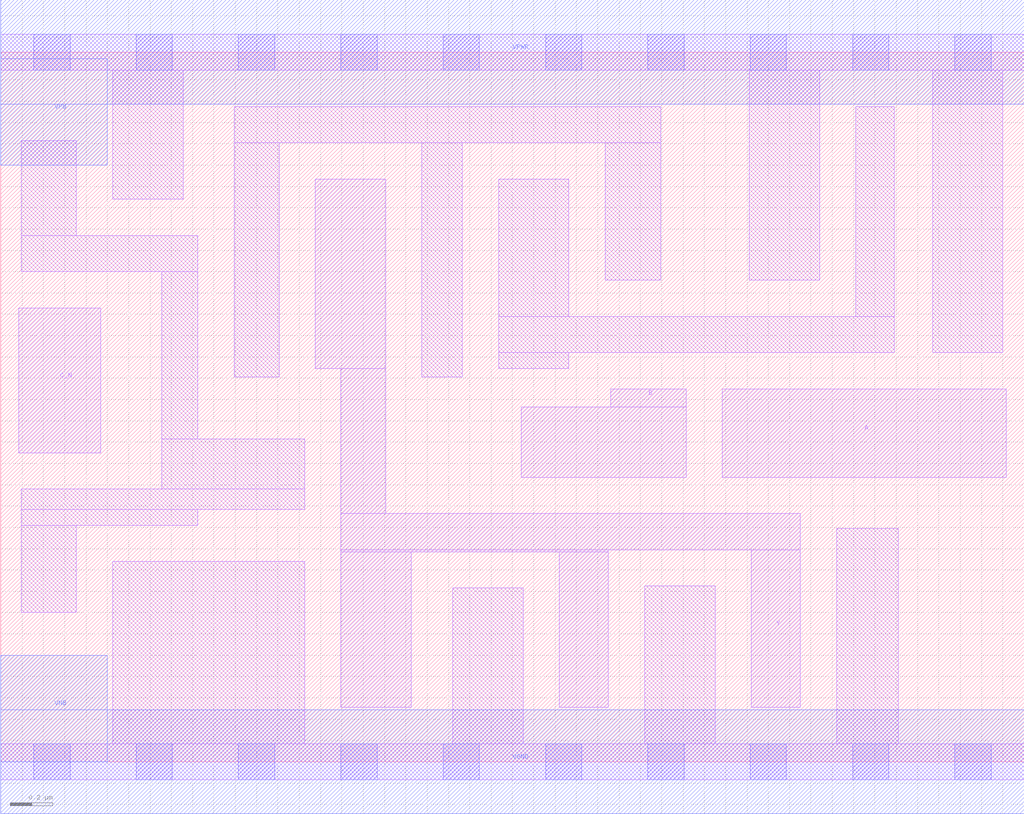
<source format=lef>
# Copyright 2020 The SkyWater PDK Authors
#
# Licensed under the Apache License, Version 2.0 (the "License");
# you may not use this file except in compliance with the License.
# You may obtain a copy of the License at
#
#     https://www.apache.org/licenses/LICENSE-2.0
#
# Unless required by applicable law or agreed to in writing, software
# distributed under the License is distributed on an "AS IS" BASIS,
# WITHOUT WARRANTIES OR CONDITIONS OF ANY KIND, either express or implied.
# See the License for the specific language governing permissions and
# limitations under the License.
#
# SPDX-License-Identifier: Apache-2.0

VERSION 5.5 ;
NAMESCASESENSITIVE ON ;
BUSBITCHARS "[]" ;
DIVIDERCHAR "/" ;
MACRO sky130_fd_sc_lp__nor3b_2
  CLASS CORE ;
  SOURCE USER ;
  ORIGIN  0.000000  0.000000 ;
  SIZE  4.800000 BY  3.330000 ;
  SYMMETRY X Y R90 ;
  SITE unit ;
  PIN A
    ANTENNAGATEAREA  0.630000 ;
    DIRECTION INPUT ;
    USE SIGNAL ;
    PORT
      LAYER li1 ;
        RECT 3.385000 1.335000 4.715000 1.750000 ;
    END
  END A
  PIN B
    ANTENNAGATEAREA  0.630000 ;
    DIRECTION INPUT ;
    USE SIGNAL ;
    PORT
      LAYER li1 ;
        RECT 2.440000 1.335000 3.215000 1.665000 ;
        RECT 2.860000 1.665000 3.215000 1.750000 ;
    END
  END B
  PIN C_N
    ANTENNAGATEAREA  0.126000 ;
    DIRECTION INPUT ;
    USE SIGNAL ;
    PORT
      LAYER li1 ;
        RECT 0.085000 1.450000 0.470000 2.130000 ;
    END
  END C_N
  PIN Y
    ANTENNADIFFAREA  1.146600 ;
    DIRECTION OUTPUT ;
    USE SIGNAL ;
    PORT
      LAYER li1 ;
        RECT 1.475000 1.845000 1.805000 2.735000 ;
        RECT 1.595000 0.255000 1.925000 0.985000 ;
        RECT 1.595000 0.985000 2.850000 0.995000 ;
        RECT 1.595000 0.995000 3.750000 1.165000 ;
        RECT 1.595000 1.165000 1.805000 1.845000 ;
        RECT 2.620000 0.255000 2.850000 0.985000 ;
        RECT 3.520000 0.255000 3.750000 0.995000 ;
    END
  END Y
  PIN VGND
    DIRECTION INOUT ;
    USE GROUND ;
    PORT
      LAYER met1 ;
        RECT 0.000000 -0.245000 4.800000 0.245000 ;
    END
  END VGND
  PIN VNB
    DIRECTION INOUT ;
    USE GROUND ;
    PORT
      LAYER met1 ;
        RECT 0.000000 0.000000 0.500000 0.500000 ;
    END
  END VNB
  PIN VPB
    DIRECTION INOUT ;
    USE POWER ;
    PORT
      LAYER met1 ;
        RECT 0.000000 2.800000 0.500000 3.300000 ;
    END
  END VPB
  PIN VPWR
    DIRECTION INOUT ;
    USE POWER ;
    PORT
      LAYER met1 ;
        RECT 0.000000 3.085000 4.800000 3.575000 ;
    END
  END VPWR
  OBS
    LAYER li1 ;
      RECT 0.000000 -0.085000 4.800000 0.085000 ;
      RECT 0.000000  3.245000 4.800000 3.415000 ;
      RECT 0.095000  0.700000 0.355000 1.110000 ;
      RECT 0.095000  1.110000 0.925000 1.185000 ;
      RECT 0.095000  1.185000 1.425000 1.280000 ;
      RECT 0.095000  2.300000 0.925000 2.470000 ;
      RECT 0.095000  2.470000 0.355000 2.915000 ;
      RECT 0.525000  0.085000 1.425000 0.940000 ;
      RECT 0.525000  2.640000 0.855000 3.245000 ;
      RECT 0.755000  1.280000 1.425000 1.515000 ;
      RECT 0.755000  1.515000 0.925000 2.300000 ;
      RECT 1.095000  1.805000 1.305000 2.905000 ;
      RECT 1.095000  2.905000 3.095000 3.075000 ;
      RECT 1.975000  1.805000 2.165000 2.905000 ;
      RECT 2.120000  0.085000 2.450000 0.815000 ;
      RECT 2.335000  1.845000 2.665000 1.920000 ;
      RECT 2.335000  1.920000 4.190000 2.090000 ;
      RECT 2.335000  2.090000 2.665000 2.735000 ;
      RECT 2.835000  2.260000 3.095000 2.905000 ;
      RECT 3.020000  0.085000 3.350000 0.825000 ;
      RECT 3.510000  2.260000 3.840000 3.245000 ;
      RECT 3.920000  0.085000 4.210000 1.095000 ;
      RECT 4.010000  2.090000 4.190000 3.075000 ;
      RECT 4.370000  1.920000 4.700000 3.245000 ;
    LAYER mcon ;
      RECT 0.155000 -0.085000 0.325000 0.085000 ;
      RECT 0.155000  3.245000 0.325000 3.415000 ;
      RECT 0.635000 -0.085000 0.805000 0.085000 ;
      RECT 0.635000  3.245000 0.805000 3.415000 ;
      RECT 1.115000 -0.085000 1.285000 0.085000 ;
      RECT 1.115000  3.245000 1.285000 3.415000 ;
      RECT 1.595000 -0.085000 1.765000 0.085000 ;
      RECT 1.595000  3.245000 1.765000 3.415000 ;
      RECT 2.075000 -0.085000 2.245000 0.085000 ;
      RECT 2.075000  3.245000 2.245000 3.415000 ;
      RECT 2.555000 -0.085000 2.725000 0.085000 ;
      RECT 2.555000  3.245000 2.725000 3.415000 ;
      RECT 3.035000 -0.085000 3.205000 0.085000 ;
      RECT 3.035000  3.245000 3.205000 3.415000 ;
      RECT 3.515000 -0.085000 3.685000 0.085000 ;
      RECT 3.515000  3.245000 3.685000 3.415000 ;
      RECT 3.995000 -0.085000 4.165000 0.085000 ;
      RECT 3.995000  3.245000 4.165000 3.415000 ;
      RECT 4.475000 -0.085000 4.645000 0.085000 ;
      RECT 4.475000  3.245000 4.645000 3.415000 ;
  END
END sky130_fd_sc_lp__nor3b_2

</source>
